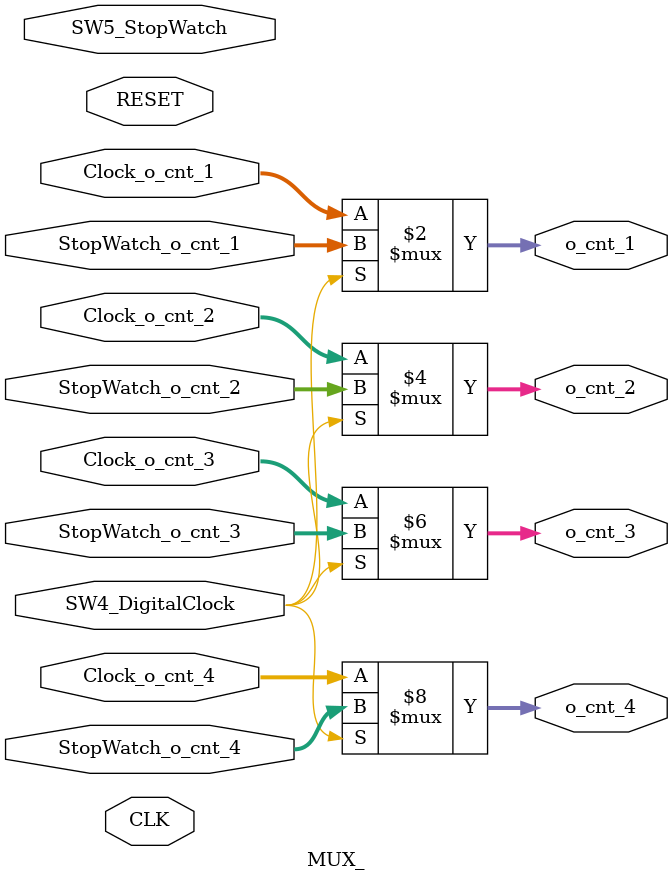
<source format=v>
`timescale 1ns / 1ps

module MUX_(
    input RESET,
    input CLK,
		
	input SW4_DigitalClock,
	input SW5_StopWatch,
    
  	inout[4:0] Clock_o_cnt_1,
	inout[4:0] Clock_o_cnt_2,
	inout[4:0] Clock_o_cnt_3,
	inout[4:0] Clock_o_cnt_4,
	
	inout[4:0] StopWatch_o_cnt_1,
	inout[4:0] StopWatch_o_cnt_2,
	inout[4:0] StopWatch_o_cnt_3,
	inout[4:0] StopWatch_o_cnt_4,	
	 
	output [4:0] o_cnt_1,
    output [4:0] o_cnt_2,
    output [4:0] o_cnt_3,
    output [4:0] o_cnt_4
);

assign o_cnt_1 = (!SW4_DigitalClock) ? Clock_o_cnt_1 : StopWatch_o_cnt_1;
assign o_cnt_2 = (!SW4_DigitalClock) ? Clock_o_cnt_2 : StopWatch_o_cnt_2;
assign o_cnt_3 = (!SW4_DigitalClock) ? Clock_o_cnt_3 : StopWatch_o_cnt_3;
assign o_cnt_4 = (!SW4_DigitalClock) ? Clock_o_cnt_4 : StopWatch_o_cnt_4;


endmodule

</source>
